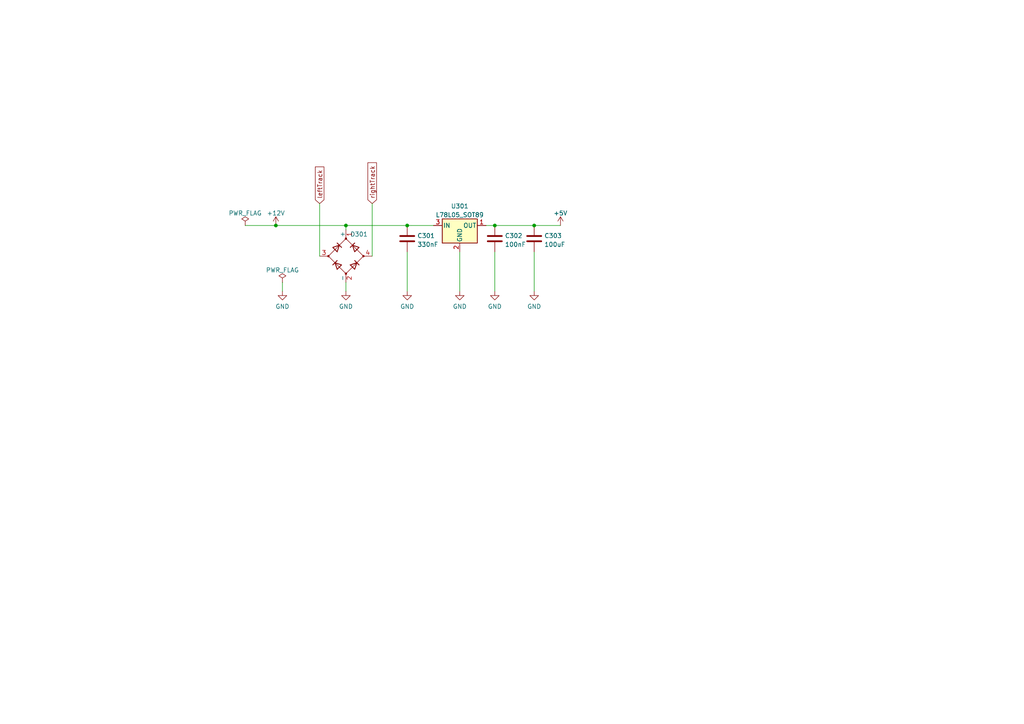
<source format=kicad_sch>
(kicad_sch (version 20211123) (generator eeschema)
  (paper "A4")
  (lib_symbols
    (symbol "Device:C" (pin_numbers hide) (pin_names (offset 0.254))
      (property "Reference" "C" (at 0.635 2.54 0))
      (property "Value" "C" (at 0.635 -2.54 0))
      (symbol "C_0_1"
        (polyline (pts (xy -2.032 -0.762) (xy 2.032 -0.762)) (stroke (width 0.508)))
        (polyline (pts (xy -2.032 0.762) (xy 2.032 0.762)) (stroke (width 0.508)))
      )
      (symbol "C_1_1"
        (pin passive line (at 0 3.81 270) (length 2.794) (name "~") (number "1"))
        (pin passive line (at 0 -3.81 90) (length 2.794) (name "~") (number "2"))
      )
    )
    (symbol "Device:D_Bridge_+-AA" (pin_names (offset 0))
      (property "Reference" "D" (at 2.54 6.985 0))
      (property "Value" "D_Bridge_+-AA" (at 2.54 5.08 0))
      (symbol "D_Bridge_+-AA_0_1"
        (circle (center -5.08 0) (radius 0.254) (fill (type outline)))
        (circle (center 0 -5.08) (radius 0.254) (fill (type outline)))
        (polyline (pts (xy -2.54 3.81) (xy -1.27 2.54)) (stroke (width 0.254)))
        (polyline (pts (xy -1.27 -2.54) (xy -2.54 -3.81)) (stroke (width 0.254)))
        (polyline (pts (xy 2.54 -1.27) (xy 3.81 -2.54)) (stroke (width 0.254)))
        (polyline (pts (xy 2.54 1.27) (xy 3.81 2.54)) (stroke (width 0.254)))
        (polyline (pts (xy -3.81 2.54) (xy -2.54 1.27) (xy -1.905 3.175) (xy -3.81 2.54)) (stroke (width 0.254)))
        (polyline (pts (xy -2.54 -1.27) (xy -3.81 -2.54) (xy -1.905 -3.175) (xy -2.54 -1.27)) (stroke (width 0.254)))
        (polyline (pts (xy 1.27 2.54) (xy 2.54 3.81) (xy 3.175 1.905) (xy 1.27 2.54)) (stroke (width 0.254)))
        (polyline (pts (xy 3.175 -1.905) (xy 1.27 -2.54) (xy 2.54 -3.81) (xy 3.175 -1.905)) (stroke (width 0.254)))
        (polyline (pts (xy -5.08 0) (xy 0 -5.08) (xy 5.08 0) (xy 0 5.08) (xy -5.08 0)))
        (circle (center 0 5.08) (radius 0.254) (fill (type outline)))
        (circle (center 5.08 0) (radius 0.254) (fill (type outline)))
      )
      (symbol "D_Bridge_+-AA_1_1"
        (pin passive line (at 7.62 0 180) (length 2.54) (name "+") (number "1"))
        (pin passive line (at -7.62 0 0) (length 2.54) (name "-") (number "2"))
        (pin passive line (at 0 7.62 270) (length 2.54) (name "~") (number "3"))
        (pin passive line (at 0 -7.62 90) (length 2.54) (name "~") (number "4"))
      )
    )
    (symbol "Regulator_Linear:L78L05_SOT89" (pin_names (offset 0.254))
      (property "Reference" "U" (at -3.81 3.175 0))
      (property "Value" "L78L05_SOT89" (at -0.635 3.175 0))
      (symbol "L78L05_SOT89_0_1"
        (rectangle (start -5.08 1.905) (end 5.08 -5.08) (stroke (width 0.254)) (fill (type background)))
      )
      (symbol "L78L05_SOT89_1_1"
        (pin power_out line (at 7.62 0 180) (length 2.54) (name "OUT") (number "1"))
        (pin power_in line (at 0 -7.62 90) (length 2.54) (name "GND") (number "2"))
        (pin power_in line (at -7.62 0 0) (length 2.54) (name "IN") (number "3"))
      )
    )
    (symbol "power:+12V" (power) (pin_names (offset 0))
      (property "Value" "+12V" (at 0 3.556 0))
      (symbol "+12V_0_1"
        (polyline (pts (xy -0.762 1.27) (xy 0 2.54)))
        (polyline (pts (xy 0 0) (xy 0 2.54)))
        (polyline (pts (xy 0 2.54) (xy 0.762 1.27)))
      )
      (symbol "+12V_1_1"
        (pin power_in line (at 0 0 90) (length 0) hide (name "+12V") (number "1"))
      )
    )
    (symbol "power:+5V" (power) (pin_names (offset 0))
      (property "Value" "+5V" (at 0 3.556 0))
      (symbol "+5V_0_1"
        (polyline (pts (xy -0.762 1.27) (xy 0 2.54)))
        (polyline (pts (xy 0 0) (xy 0 2.54)))
        (polyline (pts (xy 0 2.54) (xy 0.762 1.27)))
      )
      (symbol "+5V_1_1"
        (pin power_in line (at 0 0 90) (length 0) hide (name "+5V") (number "1"))
      )
    )
    (symbol "power:GND" (power) (pin_names (offset 0))
      (property "Value" "GND" (at 0 -3.81 0))
      (symbol "GND_0_1"
        (polyline (pts (xy 0 0) (xy 0 -1.27) (xy 1.27 -1.27) (xy 0 -2.54) (xy -1.27 -1.27) (xy 0 -1.27)))
      )
      (symbol "GND_1_1"
        (pin power_in line (at 0 0 270) (length 0) hide (name "GND") (number "1"))
      )
    )
    (symbol "power:PWR_FLAG" (power) (pin_numbers hide) (pin_names (offset 0) hide)
      (property "Value" "PWR_FLAG" (at 0 3.81 0))
      (symbol "PWR_FLAG_0_0"
        (pin power_out line (at 0 0 90) (length 0) (name "pwr") (number "1"))
      )
      (symbol "PWR_FLAG_0_1"
        (polyline (pts (xy 0 0) (xy 0 1.27) (xy -1.016 1.905) (xy 0 2.54) (xy 1.016 1.905) (xy 0 1.27)))
      )
    )
  )
  (junction (at 154.94 65.405))
  (junction (at 80.01 65.405))
  (junction (at 118.11 65.405))
  (junction (at 143.51 65.405))
  (junction (at 100.33 65.405))
  (wire (pts (xy 100.33 66.675) (xy 100.33 65.405)))
  (wire (pts (xy 81.915 81.915) (xy 81.915 84.455)))
  (wire (pts (xy 118.11 73.025) (xy 118.11 84.455)))
  (wire (pts (xy 133.35 73.025) (xy 133.35 84.455)))
  (wire (pts (xy 92.71 59.055) (xy 92.71 74.295)))
  (wire (pts (xy 140.97 65.405) (xy 143.51 65.405)))
  (wire (pts (xy 107.95 59.055) (xy 107.95 74.295)))
  (wire (pts (xy 100.33 81.915) (xy 100.33 84.455)))
  (wire (pts (xy 143.51 65.405) (xy 154.94 65.405)))
  (wire (pts (xy 143.51 73.025) (xy 143.51 84.455)))
  (wire (pts (xy 80.01 65.405) (xy 100.33 65.405)))
  (wire (pts (xy 100.33 65.405) (xy 118.11 65.405)))
  (wire (pts (xy 154.94 65.405) (xy 162.56 65.405)))
  (wire (pts (xy 71.12 65.405) (xy 80.01 65.405)))
  (wire (pts (xy 118.11 65.405) (xy 125.73 65.405)))
  (wire (pts (xy 154.94 73.025) (xy 154.94 84.455)))
  (global_label "leftTrack" (shape input) (at 92.71 59.055 90) (property "Intersheet References" "${INTERSHEET_REFS}" (effects hide)))
  (global_label "rightTrack" (shape input) (at 107.95 59.055 90) (property "Intersheet References" "${INTERSHEET_REFS}" (effects hide)))
  (symbol (lib_id "Regulator_Linear:L78L05_SOT89") (at 133.35 65.405 0) (unit 1)
    (property "Reference" "U301" (at 133.35 59.8002 0))
    (property "Value" "L78L05_SOT89" (at 133.35 62.3371 0))
    (property "Footprint" "Package_TO_SOT_SMD:SOT-89-3" (effects hide))
    (property "Datasheet" "http://www.st.com/content/ccc/resource/technical/document/datasheet/15/55/e5/aa/23/5b/43/fd/CD00000446.pdf/files/CD00000446.pdf/jcr:content/translations/en.CD00000446.pdf" (effects hide))
    (property "JLCPCB Part#" "C71136" (effects hide))
  )
  (symbol (lib_id "power:GND") (at 81.915 84.455 0) (unit 1)
    (property "Reference" "#PWR0303" (effects hide))
    (property "Value" "GND" (at 81.915 88.8984 0))
  )
  (symbol (lib_id "power:GND") (at 143.51 84.455 0) (unit 1)
    (property "Reference" "#PWR0307" (effects hide))
    (property "Value" "GND" (at 143.51 88.8984 0))
  )
  (symbol (lib_id "power:PWR_FLAG") (at 81.915 81.915 0) (unit 1)
    (property "Reference" "#FLG0302" (effects hide))
    (property "Value" "PWR_FLAG" (at 81.915 78.3392 0))
  )
  (symbol (lib_id "power:+5V") (at 162.56 65.405 0) (unit 1)
    (property "Reference" "#PWR0302" (effects hide))
    (property "Value" "+5V" (at 162.56 61.8292 0))
  )
  (symbol (lib_id "power:GND") (at 118.11 84.455 0) (unit 1)
    (property "Reference" "#PWR0305" (effects hide))
    (property "Value" "GND" (at 118.11 88.8984 0))
  )
  (symbol (lib_id "power:GND") (at 100.33 84.455 0) (unit 1)
    (property "Reference" "#PWR0304" (effects hide))
    (property "Value" "GND" (at 100.33 88.8984 0))
  )
  (symbol (lib_id "power:+12V") (at 80.01 65.405 0) (unit 1)
    (property "Reference" "#PWR0301" (effects hide))
    (property "Value" "+12V" (at 80.01 61.8292 0))
  )
  (symbol (lib_id "Device:C") (at 143.51 69.215 0) (unit 1)
    (property "Reference" "C302" (at 146.431 68.3803 0) (effects (justify left)))
    (property "Value" "100nF" (at 146.431 70.9172 0) (effects (justify left)))
    (property "Footprint" "Capacitor_SMD:C_0603_1608Metric_Pad1.08x0.95mm_HandSolder" (effects hide))
    (property "JLCPCB Part#" "C14663" (effects hide))
  )
  (symbol (lib_id "power:GND") (at 154.94 84.455 0) (unit 1)
    (property "Reference" "#PWR0308" (effects hide))
    (property "Value" "GND" (at 154.94 88.8984 0))
  )
  (symbol (lib_id "power:GND") (at 133.35 84.455 0) (unit 1)
    (property "Reference" "#PWR0306" (effects hide))
    (property "Value" "GND" (at 133.35 88.8984 0))
  )
  (symbol (lib_id "power:PWR_FLAG") (at 71.12 65.405 0) (unit 1)
    (property "Reference" "#FLG0301" (effects hide))
    (property "Value" "PWR_FLAG" (at 71.12 61.8292 0))
  )
  (symbol (lib_id "Device:C") (at 154.94 69.215 0) (unit 1)
    (property "Reference" "C303" (at 157.861 68.3803 0) (effects (justify left)))
    (property "Value" "100uF" (at 157.861 70.9172 0) (effects (justify left)))
    (property "Footprint" "Capacitor_SMD:C_1206_3216Metric_Pad1.33x1.80mm_HandSolder" (effects hide))
    (property "JLCPCB Part#" "C15008" (effects hide))
  )
  (symbol (lib_id "Device:C") (at 118.11 69.215 0) (unit 1)
    (property "Reference" "C301" (at 121.031 68.3803 0) (effects (justify left)))
    (property "Value" "330nF" (at 121.031 70.9172 0) (effects (justify left)))
    (property "Footprint" "Capacitor_SMD:C_0603_1608Metric_Pad1.08x0.95mm_HandSolder" (effects hide))
    (property "JLCPCB Part#" "C1615" (effects hide))
  )
  (symbol (lib_id "Device:D_Bridge_+-AA") (at 100.33 74.295 90) (unit 1)
    (property "Reference" "D301" (at 104.14 67.945 90))
    (property "Value" "D_Bridge_+-AA" (effects hide))
    (property "Footprint" "Diode_SMD:Diode_Bridge_Diotec_ABS" (effects hide))
    (property "JLCPCB Part#" "C2488" (effects hide))
  )
)
</source>
